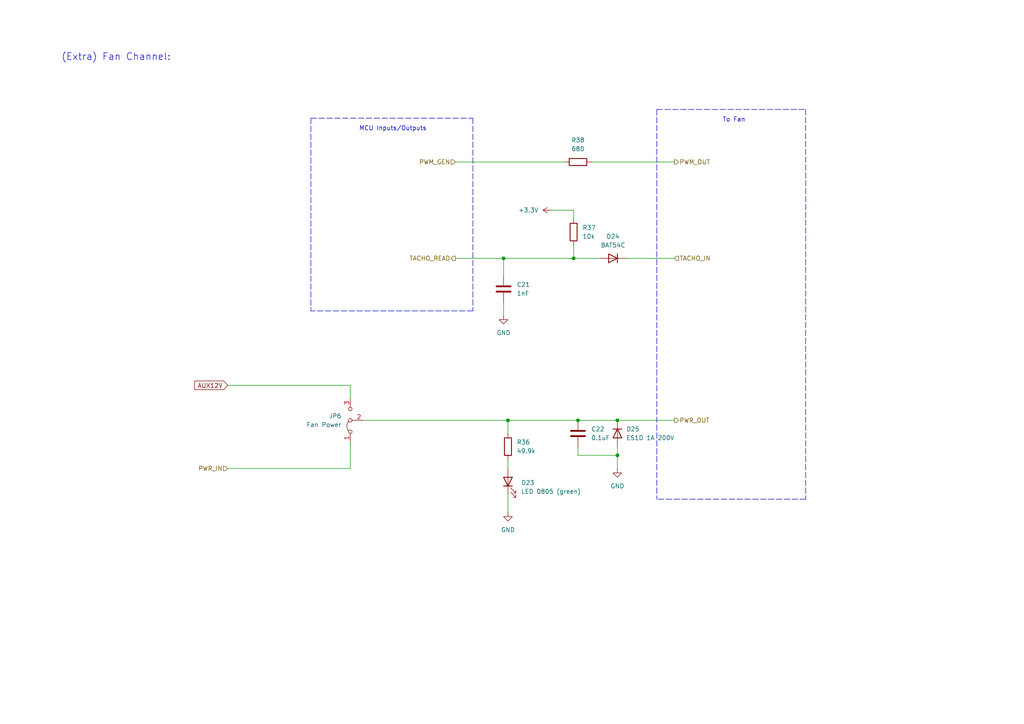
<source format=kicad_sch>
(kicad_sch (version 20211123) (generator eeschema)
  (paper "A4")
  (title_block (title "FanPico-0804D v1.1") (date "2022-10-06") (company "Timo Kokkonen <tjko@iki.fi>") (comment 3 "Fanpico firmware reference PCB."))
  (lib_symbols
    (symbol "Device:C" (pin_numbers hide) (pin_names (offset 0.254))
      (property "Reference" "C" (at 0.635 2.54 0))
      (property "Value" "C" (at 0.635 -2.54 0))
      (symbol "C_0_1"
        (polyline (pts (xy -2.032 -0.762) (xy 2.032 -0.762)) (stroke (width 0.508)))
        (polyline (pts (xy -2.032 0.762) (xy 2.032 0.762)) (stroke (width 0.508)))
      )
      (symbol "C_1_1"
        (pin passive line (at 0 3.81 270) (length 2.794) (name "~") (number "1"))
        (pin passive line (at 0 -3.81 90) (length 2.794) (name "~") (number "2"))
      )
    )
    (symbol "Device:D" (pin_numbers hide) (pin_names (offset 1.016) hide)
      (property "Reference" "D" (at 0 2.54 0))
      (property "Value" "D" (at 0 -2.54 0))
      (symbol "D_0_1"
        (polyline (pts (xy -1.27 1.27) (xy -1.27 -1.27)) (stroke (width 0.254)))
        (polyline (pts (xy 1.27 0) (xy -1.27 0)))
        (polyline (pts (xy 1.27 1.27) (xy 1.27 -1.27) (xy -1.27 0) (xy 1.27 1.27)) (stroke (width 0.254)))
      )
      (symbol "D_1_1"
        (pin passive line (at -3.81 0 0) (length 2.54) (name "K") (number "1"))
        (pin passive line (at 3.81 0 180) (length 2.54) (name "A") (number "2"))
      )
    )
    (symbol "Device:LED" (pin_numbers hide) (pin_names (offset 1.016) hide)
      (property "Reference" "D" (at 0 2.54 0))
      (property "Value" "LED" (at 0 -2.54 0))
      (symbol "LED_0_1"
        (polyline (pts (xy -1.27 -1.27) (xy -1.27 1.27)) (stroke (width 0.254)))
        (polyline (pts (xy -1.27 0) (xy 1.27 0)))
        (polyline (pts (xy 1.27 -1.27) (xy 1.27 1.27) (xy -1.27 0) (xy 1.27 -1.27)) (stroke (width 0.254)))
        (polyline (pts (xy -3.048 -0.762) (xy -4.572 -2.286) (xy -3.81 -2.286) (xy -4.572 -2.286) (xy -4.572 -1.524)))
        (polyline (pts (xy -1.778 -0.762) (xy -3.302 -2.286) (xy -2.54 -2.286) (xy -3.302 -2.286) (xy -3.302 -1.524)))
      )
      (symbol "LED_1_1"
        (pin passive line (at -3.81 0 0) (length 2.54) (name "K") (number "1"))
        (pin passive line (at 3.81 0 180) (length 2.54) (name "A") (number "2"))
      )
    )
    (symbol "Device:R" (pin_numbers hide) (pin_names (offset 0))
      (property "Reference" "R" (at 2.032 0 90))
      (property "Value" "R" (at 0 0 90))
      (symbol "R_0_1"
        (rectangle (start -1.016 -2.54) (end 1.016 2.54) (stroke (width 0.254)))
      )
      (symbol "R_1_1"
        (pin passive line (at 0 3.81 270) (length 1.27) (name "~") (number "1"))
        (pin passive line (at 0 -3.81 90) (length 1.27) (name "~") (number "2"))
      )
    )
    (symbol "Jumper:Jumper_3_Bridged12" (pin_names (offset 0) hide)
      (property "Reference" "JP" (at -2.54 -2.54 0))
      (property "Value" "Jumper_3_Bridged12" (at 0 2.794 0))
      (symbol "Jumper_3_Bridged12_0_0"
        (circle (center -3.302 0) (radius 0.508))
        (circle (center 0 0) (radius 0.508))
        (circle (center 3.302 0) (radius 0.508))
      )
      (symbol "Jumper_3_Bridged12_0_1"
        (arc (start -0.254 0.508) (mid -1.651 0.9912) (end -3.048 0.508))
        (polyline (pts (xy 0 -1.27) (xy 0 -0.508)))
      )
      (symbol "Jumper_3_Bridged12_1_1"
        (pin passive line (at -6.35 0 0) (length 2.54) (name "A") (number "1"))
        (pin passive line (at 0 -3.81 90) (length 2.54) (name "C") (number "2"))
        (pin passive line (at 6.35 0 180) (length 2.54) (name "B") (number "3"))
      )
    )
    (symbol "power:+3.3V" (power) (pin_names (offset 0))
      (property "Value" "+3.3V" (at 0 3.556 0))
      (symbol "+3.3V_0_1"
        (polyline (pts (xy -0.762 1.27) (xy 0 2.54)))
        (polyline (pts (xy 0 0) (xy 0 2.54)))
        (polyline (pts (xy 0 2.54) (xy 0.762 1.27)))
      )
      (symbol "+3.3V_1_1"
        (pin power_in line (at 0 0 90) (length 0) hide (name "+3.3V") (number "1"))
      )
    )
    (symbol "power:GND" (power) (pin_names (offset 0))
      (property "Value" "GND" (at 0 -3.81 0))
      (symbol "GND_0_1"
        (polyline (pts (xy 0 0) (xy 0 -1.27) (xy 1.27 -1.27) (xy 0 -2.54) (xy -1.27 -1.27) (xy 0 -1.27)))
      )
      (symbol "GND_1_1"
        (pin power_in line (at 0 0 270) (length 0) hide (name "GND") (number "1"))
      )
    )
  )
  (junction (at 147.32 121.92))
  (junction (at 146.05 74.93))
  (junction (at 167.64 121.92))
  (junction (at 179.07 132.08))
  (junction (at 179.07 121.92))
  (junction (at 166.37 74.93))
  (polyline (pts (xy 233.68 144.78) (xy 190.5 144.78)))
  (wire (pts (xy 147.32 143.51) (xy 147.32 148.59)))
  (wire (pts (xy 101.6 135.89) (xy 101.6 128.27)))
  (wire (pts (xy 179.07 132.08) (xy 179.07 135.89)))
  (wire (pts (xy 166.37 60.96) (xy 166.37 63.5)))
  (polyline (pts (xy 233.68 31.75) (xy 233.68 144.78)))
  (wire (pts (xy 167.64 129.54) (xy 167.64 132.08)))
  (wire (pts (xy 166.37 71.12) (xy 166.37 74.93)))
  (wire (pts (xy 173.99 74.93) (xy 166.37 74.93)))
  (polyline (pts (xy 90.17 34.29) (xy 137.16 34.29)))
  (polyline (pts (xy 190.5 31.75) (xy 233.68 31.75)))
  (wire (pts (xy 171.45 46.99) (xy 195.58 46.99)))
  (polyline (pts (xy 137.16 90.17) (xy 90.17 90.17)))
  (wire (pts (xy 147.32 121.92) (xy 147.32 125.73)))
  (wire (pts (xy 147.32 133.35) (xy 147.32 135.89)))
  (wire (pts (xy 146.05 87.63) (xy 146.05 91.44)))
  (wire (pts (xy 66.04 135.89) (xy 101.6 135.89)))
  (polyline (pts (xy 90.17 34.29) (xy 90.17 90.17)))
  (wire (pts (xy 181.61 74.93) (xy 195.58 74.93)))
  (wire (pts (xy 105.41 121.92) (xy 147.32 121.92)))
  (wire (pts (xy 179.07 129.54) (xy 179.07 132.08)))
  (wire (pts (xy 179.07 121.92) (xy 195.58 121.92)))
  (wire (pts (xy 146.05 74.93) (xy 132.08 74.93)))
  (wire (pts (xy 146.05 74.93) (xy 146.05 80.01)))
  (wire (pts (xy 167.64 121.92) (xy 179.07 121.92)))
  (wire (pts (xy 166.37 74.93) (xy 146.05 74.93)))
  (wire (pts (xy 147.32 121.92) (xy 167.64 121.92)))
  (polyline (pts (xy 190.5 31.75) (xy 190.5 144.78)))
  (wire (pts (xy 167.64 132.08) (xy 179.07 132.08)))
  (wire (pts (xy 101.6 111.76) (xy 66.04 111.76)))
  (wire (pts (xy 132.08 46.99) (xy 163.83 46.99)))
  (wire (pts (xy 160.02 60.96) (xy 166.37 60.96)))
  (wire (pts (xy 101.6 115.57) (xy 101.6 111.76)))
  (polyline (pts (xy 137.16 34.29) (xy 137.16 90.17)))
  (text "MCU Inputs/Outputs" (at 104.14 38.1 0) (effects (font (size 1.27 1.27)) (justify left bottom)))
  (text "(Extra) Fan Channel: ${SHEETNAME}" (at 17.78 17.78 0) (effects (font (size 2 2)) (justify left bottom)))
  (text "To Fan" (at 209.55 35.56 0) (effects (font (size 1.27 1.27)) (justify left bottom)))
  (global_label "AUX12V" (shape input) (at 66.04 111.76 180) (property "Intersheet References" "${INTERSHEET_REFS}" (effects hide)))
  (hierarchical_label "PWR_OUT" (shape output) (at 195.58 121.92 0))
  (hierarchical_label "TACHO_READ" (shape output) (at 132.08 74.93 180))
  (hierarchical_label "TACHO_IN" (shape input) (at 195.58 74.93 0))
  (hierarchical_label "PWM_GEN" (shape input) (at 132.08 46.99 180))
  (hierarchical_label "PWM_OUT" (shape output) (at 195.58 46.99 0))
  (hierarchical_label "PWR_IN" (shape input) (at 66.04 135.89 180))
  (symbol (lib_id "power:GND") (at 147.32 148.59 0) (unit 1)
    (property "Reference" "#PWR067" (effects hide))
    (property "Value" "GND" (at 147.32 153.67 0))
  )
  (symbol (lib_id "power:GND") (at 146.05 91.44 0) (unit 1)
    (property "Reference" "#PWR066" (effects hide))
    (property "Value" "GND" (at 146.05 96.52 0))
  )
  (symbol (lib_id "power:+3.3V") (at 160.02 60.96 90) (unit 1)
    (property "Reference" "#PWR068" (effects hide))
    (property "Value" "+3.3V" (at 156.21 60.9599 90) (effects (justify left)))
  )
  (symbol (lib_id "Device:C") (at 146.05 83.82 0) (unit 1)
    (property "Reference" "C21" (at 149.86 82.5499 0) (effects (justify left)))
    (property "Value" "1nF" (at 149.86 85.0899 0) (effects (justify left)))
    (property "Footprint" "Capacitor_SMD:C_0603_1608Metric_Pad1.08x0.95mm_HandSolder" (effects hide))
  )
  (symbol (lib_id "Device:C") (at 167.64 125.73 0) (unit 1)
    (property "Reference" "C22" (at 171.45 124.4599 0) (effects (justify left)))
    (property "Value" "0.1uF" (at 171.45 126.9999 0) (effects (justify left)))
    (property "Footprint" "Capacitor_SMD:C_0603_1608Metric_Pad1.08x0.95mm_HandSolder" (effects hide))
  )
  (symbol (lib_id "Device:R") (at 147.32 129.54 0) (unit 1)
    (property "Reference" "R36" (at 149.86 128.2699 0) (effects (justify left)))
    (property "Value" "49.9k" (at 149.86 130.8099 0) (effects (justify left)))
    (property "Footprint" "Resistor_SMD:R_0603_1608Metric_Pad0.98x0.95mm_HandSolder" (effects hide))
  )
  (symbol (lib_id "Device:R") (at 166.37 67.31 180) (unit 1)
    (property "Reference" "R37" (at 168.91 66.0399 0) (effects (justify right)))
    (property "Value" "10k" (at 168.91 68.5799 0) (effects (justify right)))
    (property "Footprint" "Resistor_SMD:R_0603_1608Metric_Pad0.98x0.95mm_HandSolder" (effects hide))
  )
  (symbol (lib_id "Jumper:Jumper_3_Bridged12") (at 101.6 121.92 90) (unit 1)
    (property "Reference" "JP6" (at 99.06 120.6499 90) (effects (justify left)))
    (property "Value" "Fan Power" (at 99.06 123.1899 90) (effects (justify left)))
    (property "Footprint" "Connector_PinHeader_2.54mm:PinHeader_1x03_P2.54mm_Vertical" (effects hide))
  )
  (symbol (lib_id "Device:D") (at 179.07 125.73 270) (unit 1)
    (property "Reference" "D25" (at 181.61 124.4599 90) (effects (justify left)))
    (property "Value" "ES1D 1A 200V" (at 181.61 126.9999 90) (effects (justify left)))
    (property "Footprint" "Diode_SMD:D_SMA_Handsoldering" (effects hide))
  )
  (symbol (lib_id "Device:D") (at 177.8 74.93 180) (unit 1)
    (property "Reference" "D24" (at 177.8 68.58 0))
    (property "Value" "BAT54C" (at 177.8 71.12 0))
    (property "Footprint" "Diode_SMD:D_SOT-23_ANK" (effects hide))
  )
  (symbol (lib_id "power:GND") (at 179.07 135.89 0) (unit 1)
    (property "Reference" "#PWR069" (effects hide))
    (property "Value" "GND" (at 179.07 140.97 0))
  )
  (symbol (lib_id "Device:R") (at 167.64 46.99 90) (unit 1)
    (property "Reference" "R38" (at 167.64 40.64 90))
    (property "Value" "680" (at 167.64 43.18 90))
    (property "Footprint" "Resistor_SMD:R_0603_1608Metric_Pad0.98x0.95mm_HandSolder" (effects hide))
  )
  (symbol (lib_id "Device:LED") (at 147.32 139.7 90) (unit 1)
    (property "Reference" "D23" (at 151.13 140.0174 90) (effects (justify right)))
    (property "Value" "LED 0805 (green)" (at 151.13 142.5574 90) (effects (justify right)))
    (property "Footprint" "LED_SMD:LED_0805_2012Metric_Pad1.15x1.40mm_HandSolder" (effects hide))
  )
)
</source>
